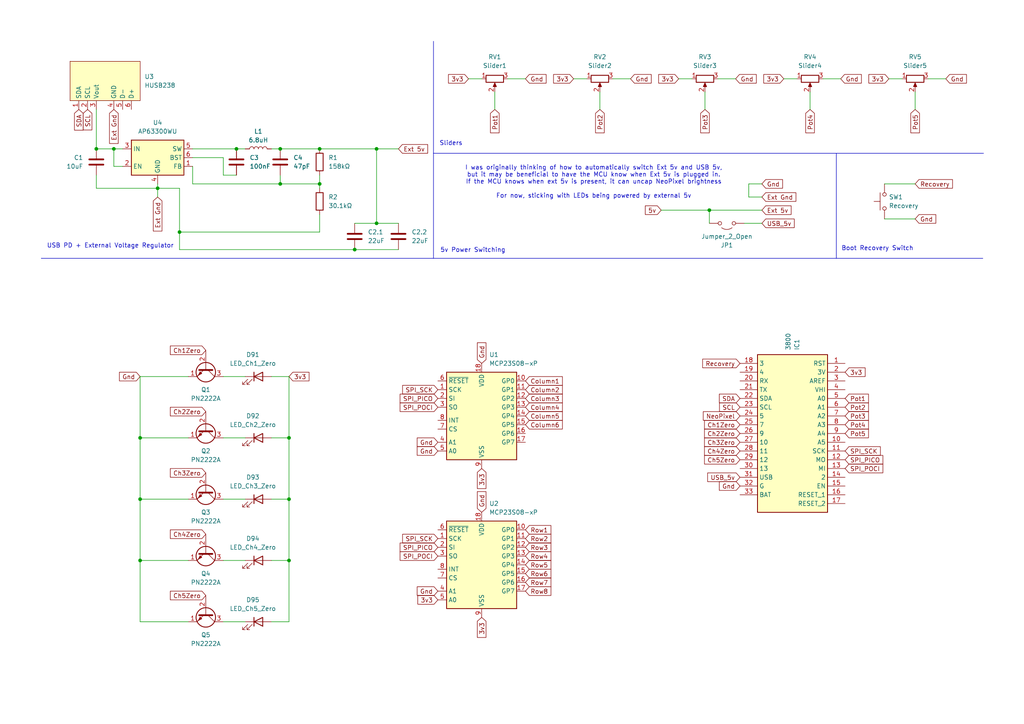
<source format=kicad_sch>
(kicad_sch (version 20231120) (generator "eeschema") (generator_version "8.0")
  (paper "A4")
  (lib_symbols
    (symbol "ControlMixer:AP63300WU"
      (property "Reference" "U" (at -7.62 6.35 0))
      (property "Value" "AP63300WU" (at 2.54 6.35 0))
      (symbol "AP63300WU_0_1"
        (rectangle (start -7.62 5.08) (end 7.62 -5.08) (stroke (width 0.254)) (fill (type background)))
      )
      (symbol "AP63300WU_1_1"
        (pin input line (at 10.16 -2.54 180) (length 2.54) (name "FB") (number "1"))
        (pin input line (at -10.16 -2.54 0) (length 2.54) (name "EN") (number "2"))
        (pin power_in line (at -10.16 2.54 0) (length 2.54) (name "IN") (number "3"))
        (pin power_in line (at 0 -7.62 90) (length 2.54) (name "GND") (number "4"))
        (pin output line (at 10.16 2.54 180) (length 2.54) (name "SW") (number "5"))
        (pin passive line (at 10.16 0 180) (length 2.54) (name "BST") (number "6"))
      )
    )
    (symbol "ControlMixer:Adafruit_HUSB238"
      (property "Reference" "U3" (at 11.43 -5.7149 0))
      (property "Value" "HUSB238" (at 11.43 -8.2549 0))
      (symbol "Adafruit_HUSB238_0_1"
        (rectangle (start -10.16 -1.27) (end 10.16 -12.7) (fill (type background)))
      )
      (symbol "Adafruit_HUSB238_1_1"
        (pin bidirectional line (at -7.62 -15.24 90) (length 2.54) (name "SDA") (number "1"))
        (pin input line (at -5.08 -15.24 90) (length 2.54) (name "SCL") (number "2"))
        (pin power_out line (at -2.54 -15.24 90) (length 2.54) (name "Vout") (number "3"))
        (pin power_in line (at 2.54 -15.24 90) (length 2.54) (name "GND") (number "4"))
        (pin bidirectional line (at 5.08 -15.24 90) (length 2.54) (name "D-") (number "5"))
        (pin bidirectional line (at 7.62 -15.24 90) (length 2.54) (name "D+") (number "6"))
      )
    )
    (symbol "ControlMixer:MCP23S08-xP"
      (property "Reference" "U" (at -8.89 13.97 0))
      (property "Value" "MCP23S08-xP" (at 8.89 13.97 0))
      (symbol "MCP23S08-xP_0_1"
        (rectangle (start -10.16 12.7) (end 10.16 -12.7) (stroke (width 0.254)) (fill (type background)))
      )
      (symbol "MCP23S08-xP_1_1"
        (pin input line (at -12.7 7.62 0) (length 2.54) (name "SCK") (number "1"))
        (pin bidirectional line (at 12.7 10.16 180) (length 2.54) (name "GP0") (number "10"))
        (pin bidirectional line (at 12.7 7.62 180) (length 2.54) (name "GP1") (number "11"))
        (pin bidirectional line (at 12.7 5.08 180) (length 2.54) (name "GP2") (number "12"))
        (pin bidirectional line (at 12.7 2.54 180) (length 2.54) (name "GP3") (number "13"))
        (pin bidirectional line (at 12.7 0 180) (length 2.54) (name "GP4") (number "14"))
        (pin bidirectional line (at 12.7 -2.54 180) (length 2.54) (name "GP5") (number "15"))
        (pin bidirectional line (at 12.7 -5.08 180) (length 2.54) (name "GP6") (number "16"))
        (pin bidirectional line (at 12.7 -7.62 180) (length 2.54) (name "GP7") (number "17"))
        (pin power_in line (at 0 15.24 270) (length 2.54) (name "VDD") (number "18"))
        (pin input line (at -12.7 5.08 0) (length 2.54) (name "SI") (number "2"))
        (pin output line (at -12.7 2.54 0) (length 2.54) (name "SO") (number "3"))
        (pin input line (at -12.7 -7.62 0) (length 2.54) (name "A1") (number "4"))
        (pin input line (at -12.7 -10.16 0) (length 2.54) (name "A0") (number "5"))
        (pin input line (at -12.7 10.16 0) (length 2.54) (name "~{RESET}") (number "6"))
        (pin input line (at -12.7 -3.81 0) (length 2.54) (name "CS") (number "7"))
        (pin output line (at -12.7 -1.27 0) (length 2.54) (name "INT") (number "8"))
        (pin power_in line (at 0 -15.24 90) (length 2.54) (name "VSS") (number "9"))
      )
    )
    (symbol "Device:C" (pin_numbers hide) (pin_names (offset 0.254))
      (property "Reference" "C" (at 0.635 2.54 0))
      (property "Value" "C" (at 0.635 -2.54 0))
      (symbol "C_0_1"
        (polyline (pts (xy -2.032 -0.762) (xy 2.032 -0.762)) (stroke (width 0.508)))
        (polyline (pts (xy -2.032 0.762) (xy 2.032 0.762)) (stroke (width 0.508)))
      )
      (symbol "C_1_1"
        (pin passive line (at 0 3.81 270) (length 2.794) (name "~") (number "1"))
        (pin passive line (at 0 -3.81 90) (length 2.794) (name "~") (number "2"))
      )
    )
    (symbol "Device:L" (pin_numbers hide) (pin_names (offset 1.016) hide)
      (property "Reference" "L" (at -1.27 0 90))
      (property "Value" "L" (at 1.905 0 90))
      (symbol "L_0_1"
        (arc (start 0 -2.54) (mid 0.6323 -1.905) (end 0 -1.27))
        (arc (start 0 -1.27) (mid 0.6323 -0.635) (end 0 0))
        (arc (start 0 0) (mid 0.6323 0.635) (end 0 1.27))
        (arc (start 0 1.27) (mid 0.6323 1.905) (end 0 2.54))
      )
      (symbol "L_1_1"
        (pin passive line (at 0 3.81 270) (length 1.27) (name "1") (number "1"))
        (pin passive line (at 0 -3.81 90) (length 1.27) (name "2") (number "2"))
      )
    )
    (symbol "Device:LED" (pin_numbers hide) (pin_names (offset 1.016) hide)
      (property "Reference" "D" (at 0 2.54 0))
      (property "Value" "LED" (at 0 -2.54 0))
      (symbol "LED_0_1"
        (polyline (pts (xy -1.27 -1.27) (xy -1.27 1.27)) (stroke (width 0.254)))
        (polyline (pts (xy -1.27 0) (xy 1.27 0)))
        (polyline (pts (xy 1.27 -1.27) (xy 1.27 1.27) (xy -1.27 0) (xy 1.27 -1.27)) (stroke (width 0.254)))
        (polyline (pts (xy -3.048 -0.762) (xy -4.572 -2.286) (xy -3.81 -2.286) (xy -4.572 -2.286) (xy -4.572 -1.524)))
        (polyline (pts (xy -1.778 -0.762) (xy -3.302 -2.286) (xy -2.54 -2.286) (xy -3.302 -2.286) (xy -3.302 -1.524)))
      )
      (symbol "LED_1_1"
        (pin passive line (at -3.81 0 0) (length 2.54) (name "K") (number "1"))
        (pin passive line (at 3.81 0 180) (length 2.54) (name "A") (number "2"))
      )
    )
    (symbol "Device:R" (pin_numbers hide) (pin_names (offset 0))
      (property "Reference" "R" (at 2.032 0 90))
      (property "Value" "R" (at 0 0 90))
      (symbol "R_0_1"
        (rectangle (start -1.016 -2.54) (end 1.016 2.54) (stroke (width 0.254)))
      )
      (symbol "R_1_1"
        (pin passive line (at 0 3.81 270) (length 1.27) (name "~") (number "1"))
        (pin passive line (at 0 -3.81 90) (length 1.27) (name "~") (number "2"))
      )
    )
    (symbol "Device:R_Potentiometer" (pin_names (offset 1.016) hide)
      (property "Reference" "RV" (at -4.445 0 90))
      (property "Value" "R_Potentiometer" (at -2.54 0 90))
      (symbol "R_Potentiometer_0_1"
        (polyline (pts (xy 2.54 0) (xy 1.524 0)))
        (polyline (pts (xy 1.143 0) (xy 2.286 0.508) (xy 2.286 -0.508) (xy 1.143 0)) (fill (type outline)))
        (rectangle (start 1.016 2.54) (end -1.016 -2.54) (stroke (width 0.254)))
      )
      (symbol "R_Potentiometer_1_1"
        (pin passive line (at 0 3.81 270) (length 1.27) (name "1") (number "1"))
        (pin passive line (at 3.81 0 180) (length 1.27) (name "2") (number "2"))
        (pin passive line (at 0 -3.81 90) (length 1.27) (name "3") (number "3"))
      )
    )
    (symbol "Jumper:Jumper_2_Open" (pin_numbers hide) (pin_names (offset 0) hide) (exclude_from_sim yes)
      (property "Reference" "JP" (at 0 2.794 0))
      (property "Value" "Jumper_2_Open" (at 0 -2.286 0))
      (symbol "Jumper_2_Open_0_0"
        (circle (center -2.032 0) (radius 0.508))
        (circle (center 2.032 0) (radius 0.508))
      )
      (symbol "Jumper_2_Open_0_1"
        (arc (start 1.524 1.27) (mid 0 1.778) (end -1.524 1.27))
      )
      (symbol "Jumper_2_Open_1_1"
        (pin passive line (at -5.08 0 0) (length 2.54) (name "A") (number "1"))
        (pin passive line (at 5.08 0 180) (length 2.54) (name "B") (number "2"))
      )
    )
    (symbol "SamacSys_Parts:3800"
      (property "Reference" "IC" (at 26.67 7.62 0))
      (property "Value" "3800" (at 26.67 5.08 0))
      (symbol "3800_1_1"
        (rectangle (start 5.08 2.54) (end 25.4 -43.18) (stroke (width 0.254)) (fill (type background)))
        (pin passive line (at 0 0 0) (length 5.08) (name "RST") (number "1"))
        (pin passive line (at 0 -22.86 0) (length 5.08) (name "A5") (number "10"))
        (pin passive line (at 0 -25.4 0) (length 5.08) (name "SCK") (number "11"))
        (pin passive line (at 0 -27.94 0) (length 5.08) (name "MO") (number "12"))
        (pin passive line (at 0 -30.48 0) (length 5.08) (name "MI") (number "13"))
        (pin passive line (at 0 -33.02 0) (length 5.08) (name "2") (number "14"))
        (pin passive line (at 0 -35.56 0) (length 5.08) (name "EN") (number "15"))
        (pin passive line (at 0 -38.1 0) (length 5.08) (name "RESET_1") (number "16"))
        (pin passive line (at 0 -40.64 0) (length 5.08) (name "RESET_2") (number "17"))
        (pin passive line (at 30.48 0 180) (length 5.08) (name "3") (number "18"))
        (pin passive line (at 30.48 -2.54 180) (length 5.08) (name "4") (number "19"))
        (pin passive line (at 0 -2.54 0) (length 5.08) (name "3V") (number "2"))
        (pin passive line (at 30.48 -5.08 180) (length 5.08) (name "RX") (number "20"))
        (pin passive line (at 30.48 -7.62 180) (length 5.08) (name "TX") (number "21"))
        (pin passive line (at 30.48 -10.16 180) (length 5.08) (name "SDA") (number "22"))
        (pin passive line (at 30.48 -12.7 180) (length 5.08) (name "SCL") (number "23"))
        (pin passive line (at 30.48 -15.24 180) (length 5.08) (name "5") (number "24"))
        (pin passive line (at 30.48 -17.78 180) (length 5.08) (name "7") (number "25"))
        (pin passive line (at 30.48 -20.32 180) (length 5.08) (name "9") (number "26"))
        (pin passive line (at 30.48 -22.86 180) (length 5.08) (name "10") (number "27"))
        (pin passive line (at 30.48 -25.4 180) (length 5.08) (name "11") (number "28"))
        (pin passive line (at 30.48 -27.94 180) (length 5.08) (name "12") (number "29"))
        (pin passive line (at 0 -5.08 0) (length 5.08) (name "AREF") (number "3"))
        (pin passive line (at 30.48 -30.48 180) (length 5.08) (name "13") (number "30"))
        (pin passive line (at 30.48 -33.02 180) (length 5.08) (name "USB") (number "31"))
        (pin passive line (at 30.48 -35.56 180) (length 5.08) (name "G") (number "32"))
        (pin passive line (at 30.48 -38.1 180) (length 5.08) (name "BAT") (number "33"))
        (pin passive line (at 0 -7.62 0) (length 5.08) (name "VHI") (number "4"))
        (pin passive line (at 0 -10.16 0) (length 5.08) (name "A0") (number "5"))
        (pin passive line (at 0 -12.7 0) (length 5.08) (name "A1") (number "6"))
        (pin passive line (at 0 -15.24 0) (length 5.08) (name "A2") (number "7"))
        (pin passive line (at 0 -17.78 0) (length 5.08) (name "A3") (number "8"))
        (pin passive line (at 0 -20.32 0) (length 5.08) (name "A4") (number "9"))
      )
    )
    (symbol "Switch:SW_Push" (pin_numbers hide) (pin_names (offset 1.016) hide)
      (property "Reference" "SW" (at 1.27 2.54 0))
      (property "Value" "SW_Push" (at 0 -1.524 0))
      (symbol "SW_Push_0_1"
        (circle (center -2.032 0) (radius 0.508))
        (polyline (pts (xy 0 1.27) (xy 0 3.048)))
        (polyline (pts (xy 2.54 1.27) (xy -2.54 1.27)))
        (circle (center 2.032 0) (radius 0.508))
        (pin passive line (at -5.08 0 0) (length 2.54) (name "1") (number "1"))
        (pin passive line (at 5.08 0 180) (length 2.54) (name "2") (number "2"))
      )
    )
    (symbol "Transistor_BJT:PN2222A" (pin_names (offset 0) hide)
      (property "Reference" "Q" (at 5.08 1.905 0))
      (property "Value" "PN2222A" (at 5.08 0 0))
      (symbol "PN2222A_0_1"
        (polyline (pts (xy 0 0) (xy 0.635 0)))
        (polyline (pts (xy 2.54 -2.54) (xy 0.635 -0.635)))
        (polyline (pts (xy 2.54 2.54) (xy 0.635 0.635)))
        (polyline (pts (xy 0.635 1.905) (xy 0.635 -1.905) (xy 0.635 -1.905)) (stroke (width 0.508)))
        (polyline (pts (xy 2.413 -2.413) (xy 1.905 -1.905) (xy 1.905 -1.905)))
        (polyline (pts (xy 1.143 -1.651) (xy 1.651 -1.143) (xy 2.159 -2.159) (xy 1.143 -1.651) (xy 1.143 -1.651)) (fill (type outline)))
        (circle (center 1.27 0) (radius 2.8194) (stroke (width 0.254)))
      )
      (symbol "PN2222A_1_1"
        (pin passive line (at 2.54 -5.08 90) (length 2.54) (name "E") (number "1"))
        (pin input line (at -5.08 0 0) (length 5.08) (name "B") (number "2"))
        (pin passive line (at 2.54 5.08 270) (length 2.54) (name "C") (number "3"))
      )
    )
  )
  (junction (at 109.22 43.18))
  (junction (at 109.22 64.77))
  (junction (at 33.02 43.18))
  (junction (at 81.28 53.34))
  (junction (at 68.58 43.18))
  (junction (at 83.82 162.56))
  (junction (at 102.87 72.39))
  (junction (at 92.71 43.18))
  (junction (at 83.82 144.78))
  (junction (at 40.64 144.78))
  (junction (at 83.82 127))
  (junction (at 52.07 67.31))
  (junction (at 27.94 43.18))
  (junction (at 45.72 54.61))
  (junction (at 40.64 127))
  (junction (at 205.74 60.96))
  (junction (at 81.28 43.18))
  (junction (at 40.64 162.56))
  (junction (at 92.71 53.34))
  (wire (pts (xy 135.89 22.86) (xy 139.7 22.86)))
  (wire (pts (xy 78.74 43.18) (xy 81.28 43.18)))
  (wire (pts (xy 35.56 48.26) (xy 33.02 48.26)))
  (wire (pts (xy 265.43 53.34) (xy 256.54 53.34)))
  (wire (pts (xy 52.07 54.61) (xy 45.72 54.61)))
  (wire (pts (xy 234.95 26.67) (xy 234.95 31.75)))
  (wire (pts (xy 40.64 144.78) (xy 40.64 162.56)))
  (wire (pts (xy 205.74 60.96) (xy 205.74 64.77)))
  (wire (pts (xy 83.82 162.56) (xy 83.82 180.34)))
  (polyline (pts (xy 12.0195 74.8846) (xy 12.0195 74.93)))
  (wire (pts (xy 217.17 57.15) (xy 220.98 57.15)))
  (wire (pts (xy 147.32 22.86) (xy 152.4 22.86)))
  (wire (pts (xy 40.64 162.56) (xy 54.61 162.56)))
  (wire (pts (xy 52.07 67.31) (xy 52.07 54.61)))
  (wire (pts (xy 81.28 53.34) (xy 92.71 53.34)))
  (wire (pts (xy 78.74 109.22) (xy 83.82 109.22)))
  (wire (pts (xy 40.64 127) (xy 54.61 127)))
  (polyline (pts (xy 285.2678 44.45) (xy 125.73 44.45)))
  (wire (pts (xy 92.71 43.18) (xy 109.22 43.18)))
  (wire (pts (xy 52.07 72.39) (xy 52.07 67.31)))
  (wire (pts (xy 83.82 180.34) (xy 78.74 180.34)))
  (wire (pts (xy 191.77 60.96) (xy 205.74 60.96)))
  (wire (pts (xy 109.22 43.18) (xy 109.22 64.77)))
  (wire (pts (xy 83.82 127) (xy 83.82 144.78)))
  (wire (pts (xy 40.64 109.22) (xy 40.64 127)))
  (wire (pts (xy 27.94 31.75) (xy 27.94 43.18)))
  (wire (pts (xy 40.64 180.34) (xy 54.61 180.34)))
  (wire (pts (xy 55.88 43.18) (xy 68.58 43.18)))
  (wire (pts (xy 238.76 22.86) (xy 243.84 22.86)))
  (wire (pts (xy 64.77 144.78) (xy 71.12 144.78)))
  (wire (pts (xy 81.28 43.18) (xy 92.71 43.18)))
  (polyline (pts (xy 242.57 74.93) (xy 285.0695 74.93)))
  (wire (pts (xy 205.74 60.96) (xy 220.98 60.96)))
  (wire (pts (xy 269.24 22.86) (xy 274.32 22.86)))
  (polyline (pts (xy 125.73 74.93) (xy 12.0195 74.93)))
  (wire (pts (xy 64.77 50.8) (xy 68.58 50.8)))
  (wire (pts (xy 40.64 144.78) (xy 54.61 144.78)))
  (wire (pts (xy 102.87 72.39) (xy 52.07 72.39)))
  (wire (pts (xy 92.71 62.23) (xy 92.71 67.31)))
  (wire (pts (xy 173.99 26.67) (xy 173.99 31.75)))
  (wire (pts (xy 208.28 22.86) (xy 213.36 22.86)))
  (wire (pts (xy 166.37 22.86) (xy 170.18 22.86)))
  (wire (pts (xy 83.82 144.78) (xy 83.82 162.56)))
  (wire (pts (xy 27.94 50.8) (xy 27.94 54.61)))
  (wire (pts (xy 64.77 162.56) (xy 71.12 162.56)))
  (wire (pts (xy 143.51 26.67) (xy 143.51 31.75)))
  (wire (pts (xy 92.71 53.34) (xy 92.71 54.61)))
  (wire (pts (xy 55.88 53.34) (xy 81.28 53.34)))
  (wire (pts (xy 83.82 109.22) (xy 83.82 127)))
  (wire (pts (xy 217.17 53.34) (xy 217.17 57.15)))
  (wire (pts (xy 265.43 26.67) (xy 265.43 31.75)))
  (wire (pts (xy 45.72 54.61) (xy 45.72 53.34)))
  (wire (pts (xy 55.88 48.26) (xy 55.88 53.34)))
  (wire (pts (xy 64.77 109.22) (xy 71.12 109.22)))
  (polyline (pts (xy 125.73 74.93) (xy 242.57 74.93)))
  (wire (pts (xy 64.77 45.72) (xy 64.77 50.8)))
  (wire (pts (xy 177.8 22.86) (xy 182.88 22.86)))
  (wire (pts (xy 33.02 43.18) (xy 35.56 43.18)))
  (wire (pts (xy 71.12 43.18) (xy 68.58 43.18)))
  (wire (pts (xy 64.77 127) (xy 71.12 127)))
  (wire (pts (xy 227.33 22.86) (xy 231.14 22.86)))
  (wire (pts (xy 220.98 53.34) (xy 217.17 53.34)))
  (wire (pts (xy 33.02 48.26) (xy 33.02 43.18)))
  (wire (pts (xy 92.71 50.8) (xy 92.71 53.34)))
  (wire (pts (xy 78.74 127) (xy 83.82 127)))
  (wire (pts (xy 27.94 54.61) (xy 45.72 54.61)))
  (wire (pts (xy 27.94 43.18) (xy 33.02 43.18)))
  (wire (pts (xy 78.74 162.56) (xy 83.82 162.56)))
  (wire (pts (xy 81.28 50.8) (xy 81.28 53.34)))
  (wire (pts (xy 102.87 72.39) (xy 115.57 72.39)))
  (wire (pts (xy 196.85 22.86) (xy 200.66 22.86)))
  (polyline (pts (xy 125.73 11.9737) (xy 125.73 44.45)))
  (wire (pts (xy 40.64 109.22) (xy 54.61 109.22)))
  (polyline (pts (xy 242.57 44.45) (xy 242.57 74.93)))
  (wire (pts (xy 257.81 22.86) (xy 261.62 22.86)))
  (wire (pts (xy 256.54 63.5) (xy 265.43 63.5)))
  (wire (pts (xy 109.22 43.18) (xy 115.57 43.18)))
  (polyline (pts (xy 125.73 44.45) (xy 125.73 74.93)))
  (wire (pts (xy 92.71 67.31) (xy 52.07 67.31)))
  (wire (pts (xy 109.22 64.77) (xy 115.57 64.77)))
  (wire (pts (xy 204.47 26.67) (xy 204.47 31.75)))
  (wire (pts (xy 40.64 162.56) (xy 40.64 180.34)))
  (wire (pts (xy 55.88 45.72) (xy 64.77 45.72)))
  (wire (pts (xy 78.74 144.78) (xy 83.82 144.78)))
  (wire (pts (xy 40.64 127) (xy 40.64 144.78)))
  (wire (pts (xy 215.9 64.77) (xy 220.98 64.77)))
  (wire (pts (xy 45.72 57.15) (xy 45.72 54.61)))
  (wire (pts (xy 102.87 64.77) (xy 109.22 64.77)))
  (wire (pts (xy 64.77 180.34) (xy 71.12 180.34)))
  (text "Sliders" (at 130.81 41.656 0) (effects (font (size 1.27 1.27))))
  (text "Boot Recovery Switch" (at 254.508 72.136 0) (effects (font (size 1.27 1.27))))
  (text "I was originally thinking of how to automatically switch Ext 5v and USB 5v,\nbut it may be beneficial to have the MCU know when Ext 5v is plugged in.\nIf the MCU knows when ext 5v is present, it can uncap NeoPixel brightness\n\nFor now, sticking with LEDs being powered by external 5v" (at 172.212 52.832 0) (effects (font (size 1.27 1.27))))
  (text "5v Power Switching" (at 137.16 72.644 0) (effects (font (size 1.27 1.27))))
  (text "USB PD + External Voltage Regulator" (at 32.004 71.374 0) (effects (font (size 1.27 1.27))))
  (global_label "Gnd" (shape input) (at 243.84 22.86 0) (property "Intersheetrefs" "${INTERSHEET_REFS}" (effects (hide yes))))
  (global_label "SPI_POCI" (shape input) (at 127 118.11 180) (property "Intersheetrefs" "${INTERSHEET_REFS}" (effects (hide yes))))
  (global_label "Row5" (shape input) (at 152.4 163.83 0) (property "Intersheetrefs" "${INTERSHEET_REFS}" (effects (hide yes))))
  (global_label "Pot5" (shape input) (at 265.43 31.75 270) (property "Intersheetrefs" "${INTERSHEET_REFS}" (effects (hide yes))))
  (global_label "Column3" (shape input) (at 152.4 115.57 0) (property "Intersheetrefs" "${INTERSHEET_REFS}" (effects (hide yes))))
  (global_label "Ch2Zero" (shape input) (at 214.63 125.73 180) (property "Intersheetrefs" "${INTERSHEET_REFS}" (effects (hide yes))))
  (global_label "Pot3" (shape input) (at 245.11 120.65 0) (property "Intersheetrefs" "${INTERSHEET_REFS}" (effects (hide yes))))
  (global_label "SPI_SCK" (shape input) (at 127 113.03 180) (property "Intersheetrefs" "${INTERSHEET_REFS}" (effects (hide yes))))
  (global_label "Ext Gnd" (shape input) (at 45.72 57.15 270) (property "Intersheetrefs" "${INTERSHEET_REFS}" (effects (hide yes))))
  (global_label "Pot4" (shape input) (at 245.11 123.19 0) (property "Intersheetrefs" "${INTERSHEET_REFS}" (effects (hide yes))))
  (global_label "5v" (shape input) (at 191.77 60.96 180) (property "Intersheetrefs" "${INTERSHEET_REFS}" (effects (hide yes))))
  (global_label "NeoPixel" (shape input) (at 214.63 120.65 180) (property "Intersheetrefs" "${INTERSHEET_REFS}" (effects (hide yes))))
  (global_label "Ext Gnd" (shape input) (at 33.02 31.75 270) (property "Intersheetrefs" "${INTERSHEET_REFS}" (effects (hide yes))))
  (global_label "Ch2Zero" (shape input) (at 59.69 119.38 180) (property "Intersheetrefs" "${INTERSHEET_REFS}" (effects (hide yes))))
  (global_label "Gnd" (shape input) (at 127 130.81 180) (property "Intersheetrefs" "${INTERSHEET_REFS}" (effects (hide yes))))
  (global_label "SCL" (shape input) (at 214.63 118.11 180) (property "Intersheetrefs" "${INTERSHEET_REFS}" (effects (hide yes))))
  (global_label "Gnd" (shape input) (at 265.43 63.5 0) (property "Intersheetrefs" "${INTERSHEET_REFS}" (effects (hide yes))))
  (global_label "SPI_PICO" (shape input) (at 127 115.57 180) (property "Intersheetrefs" "${INTERSHEET_REFS}" (effects (hide yes))))
  (global_label "Row2" (shape input) (at 152.4 156.21 0) (property "Intersheetrefs" "${INTERSHEET_REFS}" (effects (hide yes))))
  (global_label "Pot3" (shape input) (at 204.47 31.75 270) (property "Intersheetrefs" "${INTERSHEET_REFS}" (effects (hide yes))))
  (global_label "3v3" (shape input) (at 227.33 22.86 180) (property "Intersheetrefs" "${INTERSHEET_REFS}" (effects (hide yes))))
  (global_label "Column4" (shape input) (at 152.4 118.11 0) (property "Intersheetrefs" "${INTERSHEET_REFS}" (effects (hide yes))))
  (global_label "Pot2" (shape input) (at 245.11 118.11 0) (property "Intersheetrefs" "${INTERSHEET_REFS}" (effects (hide yes))))
  (global_label "Gnd" (shape input) (at 139.7 105.41 90) (property "Intersheetrefs" "${INTERSHEET_REFS}" (effects (hide yes))))
  (global_label "Row8" (shape input) (at 152.4 171.45 0) (property "Intersheetrefs" "${INTERSHEET_REFS}" (effects (hide yes))))
  (global_label "Gnd" (shape input) (at 152.4 22.86 0) (property "Intersheetrefs" "${INTERSHEET_REFS}" (effects (hide yes))))
  (global_label "Column2" (shape input) (at 152.4 113.03 0) (property "Intersheetrefs" "${INTERSHEET_REFS}" (effects (hide yes))))
  (global_label "USB_5v" (shape input) (at 214.63 138.43 180) (property "Intersheetrefs" "${INTERSHEET_REFS}" (effects (hide yes))))
  (global_label "Gnd" (shape input) (at 40.64 109.22 180) (property "Intersheetrefs" "${INTERSHEET_REFS}" (effects (hide yes))))
  (global_label "Pot1" (shape input) (at 245.11 115.57 0) (property "Intersheetrefs" "${INTERSHEET_REFS}" (effects (hide yes))))
  (global_label "SPI_POCI" (shape input) (at 127 161.29 180) (property "Intersheetrefs" "${INTERSHEET_REFS}" (effects (hide yes))))
  (global_label "SCL" (shape input) (at 25.4 31.75 270) (property "Intersheetrefs" "${INTERSHEET_REFS}" (effects (hide yes))))
  (global_label "Row7" (shape input) (at 152.4 168.91 0) (property "Intersheetrefs" "${INTERSHEET_REFS}" (effects (hide yes))))
  (global_label "Pot5" (shape input) (at 245.11 125.73 0) (property "Intersheetrefs" "${INTERSHEET_REFS}" (effects (hide yes))))
  (global_label "Column1" (shape input) (at 152.4 110.49 0) (property "Intersheetrefs" "${INTERSHEET_REFS}" (effects (hide yes))))
  (global_label "Gnd" (shape input) (at 274.32 22.86 0) (property "Intersheetrefs" "${INTERSHEET_REFS}" (effects (hide yes))))
  (global_label "Ch1Zero" (shape input) (at 214.63 123.19 180) (property "Intersheetrefs" "${INTERSHEET_REFS}" (effects (hide yes))))
  (global_label "Gnd" (shape input) (at 220.98 53.34 0) (property "Intersheetrefs" "${INTERSHEET_REFS}" (effects (hide yes))))
  (global_label "SPI_SCK" (shape input) (at 127 156.21 180) (property "Intersheetrefs" "${INTERSHEET_REFS}" (effects (hide yes))))
  (global_label "Gnd" (shape input) (at 182.88 22.86 0) (property "Intersheetrefs" "${INTERSHEET_REFS}" (effects (hide yes))))
  (global_label "Ch3Zero" (shape input) (at 214.63 128.27 180) (property "Intersheetrefs" "${INTERSHEET_REFS}" (effects (hide yes))))
  (global_label "3v3" (shape input) (at 139.7 135.89 270) (property "Intersheetrefs" "${INTERSHEET_REFS}" (effects (hide yes))))
  (global_label "3v3" (shape input) (at 245.11 107.95 0) (property "Intersheetrefs" "${INTERSHEET_REFS}" (effects (hide yes))))
  (global_label "Ch4Zero" (shape input) (at 214.63 130.81 180) (property "Intersheetrefs" "${INTERSHEET_REFS}" (effects (hide yes))))
  (global_label "3v3" (shape input) (at 166.37 22.86 180) (property "Intersheetrefs" "${INTERSHEET_REFS}" (effects (hide yes))))
  (global_label "Recovery" (shape input) (at 214.63 105.41 180) (property "Intersheetrefs" "${INTERSHEET_REFS}" (effects (hide yes))))
  (global_label "Row1" (shape input) (at 152.4 153.67 0) (property "Intersheetrefs" "${INTERSHEET_REFS}" (effects (hide yes))))
  (global_label "Recovery" (shape input) (at 265.43 53.34 0) (property "Intersheetrefs" "${INTERSHEET_REFS}" (effects (hide yes))))
  (global_label "3v3" (shape input) (at 196.85 22.86 180) (property "Intersheetrefs" "${INTERSHEET_REFS}" (effects (hide yes))))
  (global_label "3v3" (shape input) (at 139.7 179.07 270) (property "Intersheetrefs" "${INTERSHEET_REFS}" (effects (hide yes))))
  (global_label "SDA" (shape input) (at 22.86 31.75 270) (property "Intersheetrefs" "${INTERSHEET_REFS}" (effects (hide yes))))
  (global_label "USB_5v" (shape input) (at 220.98 64.77 0) (property "Intersheetrefs" "${INTERSHEET_REFS}" (effects (hide yes))))
  (global_label "Column6" (shape input) (at 152.4 123.19 0) (property "Intersheetrefs" "${INTERSHEET_REFS}" (effects (hide yes))))
  (global_label "Ch4Zero" (shape input) (at 59.69 154.94 180) (property "Intersheetrefs" "${INTERSHEET_REFS}" (effects (hide yes))))
  (global_label "Gnd" (shape input) (at 139.7 148.59 90) (property "Intersheetrefs" "${INTERSHEET_REFS}" (effects (hide yes))))
  (global_label "Pot1" (shape input) (at 143.51 31.75 270) (property "Intersheetrefs" "${INTERSHEET_REFS}" (effects (hide yes))))
  (global_label "3v3" (shape input) (at 257.81 22.86 180) (property "Intersheetrefs" "${INTERSHEET_REFS}" (effects (hide yes))))
  (global_label "Gnd" (shape input) (at 213.36 22.86 0) (property "Intersheetrefs" "${INTERSHEET_REFS}" (effects (hide yes))))
  (global_label "SPI_POCI" (shape input) (at 245.11 135.89 0) (property "Intersheetrefs" "${INTERSHEET_REFS}" (effects (hide yes))))
  (global_label "Pot4" (shape input) (at 234.95 31.75 270) (property "Intersheetrefs" "${INTERSHEET_REFS}" (effects (hide yes))))
  (global_label "Gnd" (shape input) (at 127 128.27 180) (property "Intersheetrefs" "${INTERSHEET_REFS}" (effects (hide yes))))
  (global_label "Gnd" (shape input) (at 127 171.45 180) (property "Intersheetrefs" "${INTERSHEET_REFS}" (effects (hide yes))))
  (global_label "3v3" (shape input) (at 83.82 109.22 0) (property "Intersheetrefs" "${INTERSHEET_REFS}" (effects (hide yes))))
  (global_label "3v3" (shape input) (at 127 173.99 180) (property "Intersheetrefs" "${INTERSHEET_REFS}" (effects (hide yes))))
  (global_label "Row4" (shape input) (at 152.4 161.29 0) (property "Intersheetrefs" "${INTERSHEET_REFS}" (effects (hide yes))))
  (global_label "Row3" (shape input) (at 152.4 158.75 0) (property "Intersheetrefs" "${INTERSHEET_REFS}" (effects (hide yes))))
  (global_label "3v3" (shape input) (at 135.89 22.86 180) (property "Intersheetrefs" "${INTERSHEET_REFS}" (effects (hide yes))))
  (global_label "Gnd" (shape input) (at 214.63 140.97 180) (property "Intersheetrefs" "${INTERSHEET_REFS}" (effects (hide yes))))
  (global_label "Ext Gnd" (shape input) (at 220.98 57.15 0) (property "Intersheetrefs" "${INTERSHEET_REFS}" (effects (hide yes))))
  (global_label "SPI_PICO" (shape input) (at 127 158.75 180) (property "Intersheetrefs" "${INTERSHEET_REFS}" (effects (hide yes))))
  (global_label "Ch1Zero" (shape input) (at 59.69 101.6 180) (property "Intersheetrefs" "${INTERSHEET_REFS}" (effects (hide yes))))
  (global_label "Ch5Zero" (shape input) (at 59.69 172.72 180) (property "Intersheetrefs" "${INTERSHEET_REFS}" (effects (hide yes))))
  (global_label "Ch5Zero" (shape input) (at 214.63 133.35 180) (property "Intersheetrefs" "${INTERSHEET_REFS}" (effects (hide yes))))
  (global_label "SPI_SCK" (shape input) (at 245.11 130.81 0) (property "Intersheetrefs" "${INTERSHEET_REFS}" (effects (hide yes))))
  (global_label "Ext 5v" (shape input) (at 220.98 60.96 0) (property "Intersheetrefs" "${INTERSHEET_REFS}" (effects (hide yes))))
  (global_label "SDA" (shape input) (at 214.63 115.57 180) (property "Intersheetrefs" "${INTERSHEET_REFS}" (effects (hide yes))))
  (global_label "Ext 5v" (shape input) (at 115.57 43.18 0) (property "Intersheetrefs" "${INTERSHEET_REFS}" (effects (hide yes))))
  (global_label "Column5" (shape input) (at 152.4 120.65 0) (property "Intersheetrefs" "${INTERSHEET_REFS}" (effects (hide yes))))
  (global_label "Pot2" (shape input) (at 173.99 31.75 270) (property "Intersheetrefs" "${INTERSHEET_REFS}" (effects (hide yes))))
  (global_label "Ch3Zero" (shape input) (at 59.69 137.16 180) (property "Intersheetrefs" "${INTERSHEET_REFS}" (effects (hide yes))))
  (global_label "SPI_PICO" (shape input) (at 245.11 133.35 0) (property "Intersheetrefs" "${INTERSHEET_REFS}" (effects (hide yes))))
  (global_label "Row6" (shape input) (at 152.4 166.37 0) (property "Intersheetrefs" "${INTERSHEET_REFS}" (effects (hide yes))))
  (symbol (lib_id "Device:L") (at 74.93 43.18 90) (unit 1)
    (property "Reference" "L1" (at 74.93 38.1 90))
    (property "Value" "6.8uH" (at 74.93 40.64 90))
    (property "Footprint" "Inductor_SMD:L_Bourns_SRN6045TA" (effects (hide yes)))
    (property "Datasheet" "https://www.bourns.com/docs/Product-Datasheets/SRN6045TA.pdf" (effects (hide yes)))
    (property "Description" "Inductor" (effects (hide yes)))
    (property "Manufacturer_Part_Number" "SRN6045TA-6R8M" (effects (hide yes)))
  )
  (symbol (lib_id "Transistor_BJT:PN2222A") (at 59.69 177.8 270) (unit 1)
    (property "Reference" "Q5" (at 59.69 184.15 90))
    (property "Value" "PN2222A" (at 59.69 186.69 90))
    (property "Footprint" "Package_TO_SOT_THT:TO-92_Inline" (effects (hide yes)))
    (property "Datasheet" "https://www.onsemi.com/pub/Collateral/PN2222-D.PDF" (effects (hide yes)))
    (property "Description" "1A Ic, 40V Vce, NPN Transistor, General Purpose Transistor, TO-92" (effects (hide yes)))
  )
  (symbol (lib_id "Device:LED") (at 74.93 109.22 0) (unit 1)
    (property "Reference" "D91" (at 73.3425 102.87 0))
    (property "Value" "LED_Ch1_Zero" (at 73.3425 105.41 0))
    (property "Footprint" "ControlMixer:LED_1411_3528Metric_Pad1.42x2.65mm_HandSolder_copy" (effects (hide yes)))
    (property "Datasheet" "https://downloads.cree-led.com/files/ds/j/JSeries-2835-Color.pdf" (effects (hide yes)))
    (property "Description" "Light emitting diode" (effects (hide yes)))
    (property "Manufacturer_Part_Number" "JE2835ARY-N-0002A0000-N0000001" (effects (hide yes)))
  )
  (symbol (lib_id "ControlMixer:MCP23S08-xP") (at 139.7 163.83 0) (unit 1)
    (property "Reference" "U2" (at 141.8941 146.05 0) (effects (justify left)))
    (property "Value" "MCP23S08-xP" (at 141.8941 148.59 0) (effects (justify left)))
    (property "Footprint" "Package_DIP:DIP-18_W7.62mm" (effects (hide yes)))
    (property "Datasheet" "http://ww1.microchip.com/downloads/en/DeviceDoc/MCP23008-MCP23S08-Data-Sheet-20001919F.pdf" (effects (hide yes)))
    (property "Description" "8-bit I/O expander, SPI, interrupts, PDIP-18" (effects (hide yes)))
  )
  (symbol (lib_id "Transistor_BJT:PN2222A") (at 59.69 160.02 270) (unit 1)
    (property "Reference" "Q4" (at 59.69 166.37 90))
    (property "Value" "PN2222A" (at 59.69 168.91 90))
    (property "Footprint" "Package_TO_SOT_THT:TO-92_Inline" (effects (hide yes)))
    (property "Datasheet" "https://www.onsemi.com/pub/Collateral/PN2222-D.PDF" (effects (hide yes)))
    (property "Description" "1A Ic, 40V Vce, NPN Transistor, General Purpose Transistor, TO-92" (effects (hide yes)))
  )
  (symbol (lib_id "Device:C") (at 81.28 46.99 0) (unit 1)
    (property "Reference" "C4" (at 85.09 45.7199 0) (effects (justify left)))
    (property "Value" "47pF" (at 85.09 48.2599 0) (effects (justify left)))
    (property "Footprint" "Capacitor_SMD:C_0805_2012Metric" (effects (hide yes)))
    (property "Description" "Unpolarized capacitor" (effects (hide yes)))
    (property "Manufacturer_Part_Number" "CL21C470JC61PNC" (effects (hide yes)))
  )
  (symbol (lib_id "Device:LED") (at 74.93 127 0) (unit 1)
    (property "Reference" "D92" (at 73.3425 120.65 0))
    (property "Value" "LED_Ch2_Zero" (at 73.3425 123.19 0))
    (property "Footprint" "ControlMixer:LED_1411_3528Metric_Pad1.42x2.65mm_HandSolder_copy" (effects (hide yes)))
    (property "Datasheet" "https://downloads.cree-led.com/files/ds/j/JSeries-2835-Color.pdf" (effects (hide yes)))
    (property "Description" "Light emitting diode" (effects (hide yes)))
    (property "Manufacturer_Part_Number" "JE2835ARY-N-0002A0000-N0000001" (effects (hide yes)))
  )
  (symbol (lib_id "Device:C") (at 27.94 46.99 0) (mirror y) (unit 1)
    (property "Reference" "C1" (at 24.13 45.7199 0) (effects (justify left)))
    (property "Value" "10uF" (at 24.13 48.2599 0) (effects (justify left)))
    (property "Footprint" "Capacitor_SMD:C_0805_2012Metric" (effects (hide yes)))
    (property "Datasheet" "https://mm.digikey.com/Volume0/opasdata/d220001/medias/docus/5545/CL21A106KAYNNNE%20Spec.pdf" (effects (hide yes)))
    (property "Description" "Unpolarized capacitor" (effects (hide yes)))
    (property "Manufacturer_Part_Number" "CL21A106KAYNNNE" (effects (hide yes)))
  )
  (symbol (lib_id "Device:LED") (at 74.93 144.78 0) (unit 1)
    (property "Reference" "D93" (at 73.3425 138.43 0))
    (property "Value" "LED_Ch3_Zero" (at 73.3425 140.97 0))
    (property "Footprint" "ControlMixer:LED_1411_3528Metric_Pad1.42x2.65mm_HandSolder_copy" (effects (hide yes)))
    (property "Datasheet" "https://downloads.cree-led.com/files/ds/j/JSeries-2835-Color.pdf" (effects (hide yes)))
    (property "Description" "Light emitting diode" (effects (hide yes)))
    (property "Manufacturer_Part_Number" "JE2835ARY-N-0002A0000-N0000001" (effects (hide yes)))
  )
  (symbol (lib_id "Device:R_Potentiometer") (at 265.43 22.86 90) (mirror x) (unit 1)
    (property "Reference" "RV5" (at 265.43 16.51 90))
    (property "Value" "Slider5" (at 265.43 19.05 90))
    (property "Footprint" "Potentiometer_THT:Potentiometer_Bourns_PTA6043_Single_Slide" (effects (hide yes)))
    (property "Description" "Potentiometer" (effects (hide yes)))
  )
  (symbol (lib_id "ControlMixer:Adafruit_HUSB238") (at 30.48 16.51 0) (unit 1)
    (property "Reference" "U3" (at 41.91 22.2249 0) (effects (justify left)))
    (property "Value" "HUSB238" (at 41.91 24.7649 0) (effects (justify left)))
    (property "Footprint" "ControlMixer:HUSB238_Breakout" (effects (hide yes)))
  )
  (symbol (lib_id "Device:LED") (at 74.93 180.34 0) (unit 1)
    (property "Reference" "D95" (at 73.3425 173.99 0))
    (property "Value" "LED_Ch5_Zero" (at 73.3425 176.53 0))
    (property "Footprint" "ControlMixer:LED_1411_3528Metric_Pad1.42x2.65mm_HandSolder_copy" (effects (hide yes)))
    (property "Datasheet" "https://downloads.cree-led.com/files/ds/j/JSeries-2835-Color.pdf" (effects (hide yes)))
    (property "Description" "Light emitting diode" (effects (hide yes)))
    (property "Manufacturer_Part_Number" "JE2835ARY-N-0002A0000-N0000001" (effects (hide yes)))
  )
  (symbol (lib_id "Device:R") (at 92.71 46.99 0) (unit 1)
    (property "Reference" "R1" (at 95.25 45.7199 0) (effects (justify left)))
    (property "Value" "158kΩ" (at 95.25 48.2599 0) (effects (justify left)))
    (property "Footprint" "Resistor_SMD:R_0805_2012Metric" (effects (hide yes)))
    (property "Description" "Resistor" (effects (hide yes)))
    (property "Manufacturer_Part_Number" "ERJ-PB6D1583V" (effects (hide yes)))
  )
  (symbol (lib_id "Transistor_BJT:PN2222A") (at 59.69 142.24 270) (unit 1)
    (property "Reference" "Q3" (at 59.69 148.59 90))
    (property "Value" "PN2222A" (at 59.69 151.13 90))
    (property "Footprint" "Package_TO_SOT_THT:TO-92_Inline" (effects (hide yes)))
    (property "Datasheet" "https://www.onsemi.com/pub/Collateral/PN2222-D.PDF" (effects (hide yes)))
    (property "Description" "1A Ic, 40V Vce, NPN Transistor, General Purpose Transistor, TO-92" (effects (hide yes)))
  )
  (symbol (lib_id "SamacSys_Parts:3800") (at 245.11 105.41 0) (mirror y) (unit 1)
    (property "Reference" "IC1" (at 231.1401 101.6 90) (effects (justify left)))
    (property "Value" "3800" (at 228.6001 101.6 90) (effects (justify left)))
    (property "Footprint" "3800" (effects (hide yes)))
    (property "Datasheet" "https://cdn-learn.adafruit.com/downloads/pdf/introducing-adafruit-itsybitsy-m4.pdf" (effects (hide yes)))
    (property "Description" "Development Boards & Kits - ARM Adafruit ItsyBitsy M4 Express featuring ATSAMD51" (effects (hide yes)))
    (property "Height" "4.2" (effects (hide yes)))
    (property "Manufacturer_Name" "Adafruit" (effects (hide yes)))
    (property "Manufacturer_Part_Number" "3800" (effects (hide yes)))
    (property "Mouser Part Number" "485-3800" (effects (hide yes)))
    (property "Mouser Price/Stock" "https://www.mouser.co.uk/ProductDetail/Adafruit/3800?qs=%252BEew9%252B0nqrDEEFcTIFoyAg%3D%3D" (effects (hide yes)))
    (property "Arrow Part Number" "3800" (effects (hide yes)))
    (property "Arrow Price/Stock" "https://www.arrow.com/en/products/3800/adafruit-industries" (effects (hide yes)))
  )
  (symbol (lib_id "Device:R") (at 92.71 58.42 0) (unit 1)
    (property "Reference" "R2" (at 95.25 57.1499 0) (effects (justify left)))
    (property "Value" "30.1kΩ" (at 95.25 59.6899 0) (effects (justify left)))
    (property "Footprint" "Resistor_SMD:R_0805_2012Metric" (effects (hide yes)))
    (property "Description" "Resistor" (effects (hide yes)))
    (property "Manufacturer_Part_Number" "RC0805FR-0730K1L" (effects (hide yes)))
  )
  (symbol (lib_id "Switch:SW_Push") (at 256.54 58.42 90) (unit 1)
    (property "Reference" "SW1" (at 257.81 57.1499 90) (effects (justify right)))
    (property "Value" "Recovery" (at 257.81 59.6899 90) (effects (justify right)))
    (property "Footprint" "ControlMixer:SW_Push_1P1T_NO_6x6mm" (effects (hide yes)))
    (property "Description" "Push button switch, generic, two pins" (effects (hide yes)))
  )
  (symbol (lib_id "ControlMixer:MCP23S08-xP") (at 139.7 120.65 0) (unit 1)
    (property "Reference" "U1" (at 141.8941 102.87 0) (effects (justify left)))
    (property "Value" "MCP23S08-xP" (at 141.8941 105.41 0) (effects (justify left)))
    (property "Footprint" "Package_DIP:DIP-18_W7.62mm" (effects (hide yes)))
    (property "Datasheet" "http://ww1.microchip.com/downloads/en/DeviceDoc/MCP23008-MCP23S08-Data-Sheet-20001919F.pdf" (effects (hide yes)))
    (property "Description" "8-bit I/O expander, SPI, interrupts, PDIP-18" (effects (hide yes)))
  )
  (symbol (lib_id "Device:C") (at 115.57 68.58 0) (unit 1)
    (property "Reference" "C2.2" (at 119.38 67.3099 0) (effects (justify left)))
    (property "Value" "22uF" (at 119.38 69.8499 0) (effects (justify left)))
    (property "Footprint" "Capacitor_SMD:C_0805_2012Metric" (effects (hide yes)))
    (property "Description" "Unpolarized capacitor" (effects (hide yes)))
    (property "Manufacturer_Part_Number" "CL21A226MPQNNNE" (effects (hide yes)))
  )
  (symbol (lib_id "ControlMixer:AP63300WU") (at 45.72 45.72 0) (unit 1)
    (property "Reference" "U4" (at 45.72 35.56 0))
    (property "Value" "AP63300WU" (at 45.72 38.1 0))
    (property "Footprint" "Package_TO_SOT_SMD:TSOT-23-6" (effects (hide yes)))
    (property "Datasheet" "https://www.diodes.com/assets/Datasheets/AP63300-AP63301.pdf" (effects (hide yes)))
    (property "Description" "3A, 500kHz Buck DC/DC Converter, adjustable output voltage, TSOT-23-6" (effects (hide yes)))
  )
  (symbol (lib_id "Jumper:Jumper_2_Open") (at 210.82 64.77 0) (mirror x) (unit 1) (exclude_from_sim yes)
    (property "Reference" "JP1" (at 210.82 71.12 0))
    (property "Value" "Jumper_2_Open" (at 210.82 68.58 0))
    (property "Footprint" "Connector_PinHeader_2.54mm:PinHeader_1x02_P2.54mm_Vertical" (effects (hide yes)))
    (property "Description" "Jumper, 2-pole, open" (effects (hide yes)))
  )
  (symbol (lib_id "Device:C") (at 102.87 68.58 0) (unit 1)
    (property "Reference" "C2.1" (at 106.68 67.3099 0) (effects (justify left)))
    (property "Value" "22uF" (at 106.68 69.8499 0) (effects (justify left)))
    (property "Footprint" "Capacitor_SMD:C_0805_2012Metric" (effects (hide yes)))
    (property "Description" "Unpolarized capacitor" (effects (hide yes)))
    (property "Manufacturer_Part_Number" "CL21A226MPQNNNE" (effects (hide yes)))
  )
  (symbol (lib_id "Device:LED") (at 74.93 162.56 0) (unit 1)
    (property "Reference" "D94" (at 73.3425 156.21 0))
    (property "Value" "LED_Ch4_Zero" (at 73.3425 158.75 0))
    (property "Footprint" "ControlMixer:LED_1411_3528Metric_Pad1.42x2.65mm_HandSolder_copy" (effects (hide yes)))
    (property "Datasheet" "https://downloads.cree-led.com/files/ds/j/JSeries-2835-Color.pdf" (effects (hide yes)))
    (property "Description" "Light emitting diode" (effects (hide yes)))
    (property "Manufacturer_Part_Number" "JE2835ARY-N-0002A0000-N0000001" (effects (hide yes)))
  )
  (symbol (lib_id "Device:R_Potentiometer") (at 204.47 22.86 90) (mirror x) (unit 1)
    (property "Reference" "RV3" (at 204.47 16.51 90))
    (property "Value" "Slider3" (at 204.47 19.05 90))
    (property "Footprint" "Potentiometer_THT:Potentiometer_Bourns_PTA6043_Single_Slide" (effects (hide yes)))
    (property "Description" "Potentiometer" (effects (hide yes)))
  )
  (symbol (lib_id "Device:R_Potentiometer") (at 143.51 22.86 90) (mirror x) (unit 1)
    (property "Reference" "RV1" (at 143.51 16.51 90))
    (property "Value" "Slider1" (at 143.51 19.05 90))
    (property "Footprint" "Potentiometer_THT:Potentiometer_Bourns_PTA6043_Single_Slide" (effects (hide yes)))
    (property "Description" "Potentiometer" (effects (hide yes)))
  )
  (symbol (lib_id "Device:R_Potentiometer") (at 234.95 22.86 90) (mirror x) (unit 1)
    (property "Reference" "RV4" (at 234.95 16.51 90))
    (property "Value" "Slider4" (at 234.95 19.05 90))
    (property "Footprint" "Potentiometer_THT:Potentiometer_Bourns_PTA6043_Single_Slide" (effects (hide yes)))
    (property "Description" "Potentiometer" (effects (hide yes)))
  )
  (symbol (lib_id "Device:C") (at 68.58 46.99 0) (unit 1)
    (property "Reference" "C3" (at 72.39 45.7199 0) (effects (justify left)))
    (property "Value" "100nF" (at 72.39 48.2599 0) (effects (justify left)))
    (property "Footprint" "Capacitor_SMD:C_0805_2012Metric" (effects (hide yes)))
    (property "Description" "Unpolarized capacitor" (effects (hide yes)))
    (property "Manufacturer_Part_Number" "CL21B104KBCNNNC" (effects (hide yes)))
  )
  (symbol (lib_id "Transistor_BJT:PN2222A") (at 59.69 124.46 270) (unit 1)
    (property "Reference" "Q2" (at 59.69 130.81 90))
    (property "Value" "PN2222A" (at 59.69 133.35 90))
    (property "Footprint" "Package_TO_SOT_THT:TO-92_Inline" (effects (hide yes)))
    (property "Datasheet" "https://www.onsemi.com/pub/Collateral/PN2222-D.PDF" (effects (hide yes)))
    (property "Description" "1A Ic, 40V Vce, NPN Transistor, General Purpose Transistor, TO-92" (effects (hide yes)))
  )
  (symbol (lib_id "Device:R_Potentiometer") (at 173.99 22.86 90) (mirror x) (unit 1)
    (property "Reference" "RV2" (at 173.99 16.51 90))
    (property "Value" "Slider2" (at 173.99 19.05 90))
    (property "Footprint" "Potentiometer_THT:Potentiometer_Bourns_PTA6043_Single_Slide" (effects (hide yes)))
    (property "Description" "Potentiometer" (effects (hide yes)))
  )
  (symbol (lib_id "Transistor_BJT:PN2222A") (at 59.69 106.68 270) (unit 1)
    (property "Reference" "Q1" (at 59.69 113.03 90))
    (property "Value" "PN2222A" (at 59.69 115.57 90))
    (property "Footprint" "Package_TO_SOT_THT:TO-92_Inline" (effects (hide yes)))
    (property "Datasheet" "https://www.onsemi.com/pub/Collateral/PN2222-D.PDF" (effects (hide yes)))
    (property "Description" "1A Ic, 40V Vce, NPN Transistor, General Purpose Transistor, TO-92" (effects (hide yes)))
  )
  (sheet (at 304.8 152.4) (size 44.45 24.13) (stroke (width 0.1524))
    (property "Sheetname" "Key Matrix" (at 304.8 151.6884 0) (effects (justify left bottom)))
    (property "Sheetfile" "KeyMatrix.kicad_sch" (at 304.8 177.1146 0) (effects (justify left top)))
  )
  (sheet (at 307.34 99.06) (size 15.24 20.32) (stroke (width 0.1524))
    (property "Sheetname" "LED Matrix" (at 307.34 98.3484 0) (effects (justify left bottom)))
    (property "Sheetfile" "LEDMatrix.kicad_sch" (at 307.34 119.9646 0) (effects (justify left top)))
  )
)
</source>
